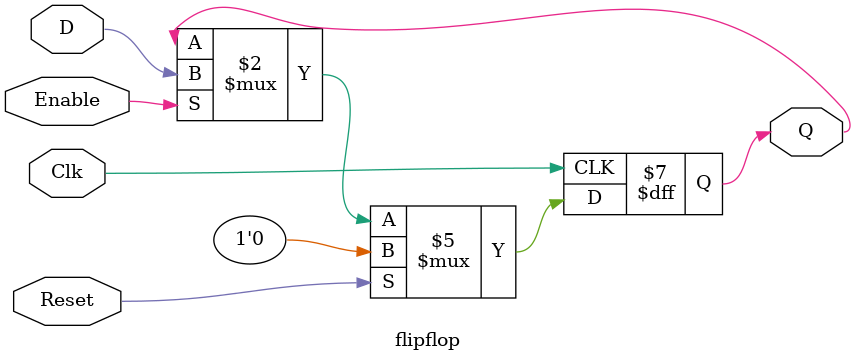
<source format=v>

module Morsecode(SW,KEY,LEDR,CLOCK_50);
               input [9:0] SW;
               input [1:0] KEY;
               input CLOCK_50;
               output [9:0]LEDR;

              reg [15:0]muxoutput;
             wire enable;
             wire [15:0]Q;
             wire [15:0]datatodff;
             wire [2:0]select;
             wire reset;
            wire userkey;
            wire Reset;
           
assign select=SW[2:0];
assign reset=KEY[0];
assign userkey=KEY[1];


always@(*)
         begin
          case(select[2:0])
                3'b000: muxoutput= 16'b1010;
                3'b001: muxoutput=16'b01011101110111000;
                3'b010: muxoutput=16'b01110101110;
                3'b011: muxoutput= 16'b01011101010;
                3'b100: muxoutput=16'b0111011100;
                3'b101: muxoutput=16'b01110100;
                3'b110: muxoutput=16'b01110111011100;
               3'b111: muxoutput=16'b0101110111010;
          default:muxoutput=16'b0;
		
endcase
end 
Ratedivider mydivider(CLOCK_50,reset,enable);//calling the frequency divider


//the register calling 
muxto1 a1(.x(muxoutput[15]),.y(0),.s(userkey),.m(datatodff[15]));
flipflop f1(datatodff[15],CLOCK_50,reset,enable,Q[15]);

muxto1 a2(.x(muxoutput[14]),.y(Q[15]),.s(userkey),.m(datatodff[14]));
flipflop f2(datatodff[14],CLOCK_50,reset,enable,Q[14]);

muxto1 a3(.x(muxoutput[13]),.y(Q[14]),.s(userkey),.m(datatodff[13]));
flipflop f3(datatodff[13],CLOCK_50,reset,enable,Q[13]);

muxto1 a4(.x(muxoutput[12]),.y(Q[13]),.s(userkey),.m(datatodff[12]));
flipflop f4(datatodff[12],CLOCK_50,reset,enable,Q[12]);

muxto1 a5(.x(muxoutput[11]),.y(Q[12]),.s(userkey),.m(datatodff[11]));
flipflop f5(datatodff[11],CLOCK_50,reset,enable,Q[11]);

 muxto1 a6(.x(muxoutput[10]),.y(Q[11]),.s(userkey),.m(datatodff[10]));
 flipflop f6(datatodff[10],CLOCK_50,reset,enable,Q[10]);


muxto1 a7(.x(muxoutput[9]),.y(Q[10]),.s(userkey),.m(datatodff[9]));
flipflop f7(datatodff[9],CLOCK_50,reset,enable,Q[9]);

muxto1 a8(.x(muxoutput[8]),.y(Q[9]),.s(userkey),.m(datatodff[8]));
flipflop f8(datatodff[8],CLOCK_50,reset,enable,Q[8]);





muxto1 a9(.x(muxoutput[7]),.y(Q[8]),.s(userkey),.m(datatodff[7]));
flipflop f9(datatodff[7],CLOCK_50,reset,enable,Q[7]);

muxto1 a10(.x(muxoutput[6]),.y(Q[7]),.s(userkey),.m(datatodff[6]));
flipflop f10(datatodff[6],CLOCK_50,reset,enable,Q[6]);

muxto1 a11(.x(muxoutput[5]),.y(Q[6]),.s(userkey),.m(datatodff[5]));
flipflop f11(datatodff[5],CLOCK_50,reset,enable,Q[5]);

muxto1 a12(.x(muxoutput[4]),.y(Q[5]),.s(userkey),.m(datatodff[4]));
flipflop f12(datatodff[4],CLOCK_50,reset,enable,Q[4]);

muxto1 a13(.x(muxoutput[3]),.y(Q[4]),.s(userkey),.m(datatodff[3]));
flipflop f13(datatodff[3],CLOCK_50,reset,enable,Q[3]);

 muxto1 a14(.x(muxoutput[2]),.y(Q[3]),.s(userkey),.m(datatodff[2]));
 flipflop f14(datatodff[2],CLOCK_50,reset,enable,Q[2]);


muxto1 a15(.x(muxoutput[1]),.y(Q[2]),.s(userkey),.m(datatodff[1]));
flipflop f15(datatodff[1],CLOCK_50,reset,enable,Q[1]);

muxto1 a16(.x(muxoutput[0]),.y(Q[1]),.s(userkey),.m(datatodff[0]));
flipflop f16(datatodff[0],CLOCK_50,reset,enable,Q[0]);


assign LEDR[0]=Q[0];//assigning the final ouput -displaying the blinking of LEDS.

endmodule


module Ratedivider(input Clock,reset,output reg theenablesignal);

reg [25:0] q; // declare q
wire[25:0]d;


assign d=26'b001011111010111100000111111;//for 2 hz clock start counting from 12499999

			
always@(posedge Clock)

	

		if (reset==1'b1)

		begin

		   q<=d;
			theenablesignal=1'b0;

		end

		else if (q==0)

		begin
		
		theenablesignal=1;//toggle the enable signal once one decrementation cycle is over

			q<=d;

		end

		else

		begin

			theenablesignal = 1'b0;

			q<=q-1;

		end

	

		


endmodule






//the mux module 
module muxto1(
    input x, //select 0
    input y, //select 1
    input s, //select signal 
    output m //output
  );
    assign m = s & y | ~s & x;
    

endmodule



//module flip flop 
module flipflop(D,Clk,Reset,Enable,Q);
input D,Clk,Reset,Enable;
output reg Q;
always@(posedge Clk)

if (Reset)
begin
Q<=0;
end

else if( Enable)
begin
Q<=D;
end
endmodule


</source>
